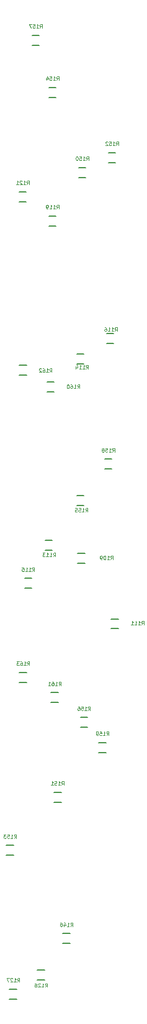
<source format=gbr>
G04 #@! TF.FileFunction,Legend,Bot*
%FSLAX46Y46*%
G04 Gerber Fmt 4.6, Leading zero omitted, Abs format (unit mm)*
G04 Created by KiCad (PCBNEW 4.0.4-stable) date 12/30/16 20:15:41*
%MOMM*%
%LPD*%
G01*
G04 APERTURE LIST*
%ADD10C,0.100000*%
%ADD11C,0.150000*%
%ADD12C,0.025000*%
G04 APERTURE END LIST*
D10*
D11*
X132237860Y-84982680D02*
X133237860Y-84982680D01*
X133237860Y-83632680D02*
X132237860Y-83632680D01*
X132075300Y-137555600D02*
X133075300Y-137555600D01*
X133075300Y-136205600D02*
X132075300Y-136205600D01*
X136643860Y-146512680D02*
X137643860Y-146512680D01*
X137643860Y-145162680D02*
X136643860Y-145162680D01*
X127663860Y-135782680D02*
X128663860Y-135782680D01*
X128663860Y-134432680D02*
X127663860Y-134432680D01*
X124863860Y-141002680D02*
X125863860Y-141002680D01*
X125863860Y-139652680D02*
X124863860Y-139652680D01*
X131983860Y-110382680D02*
X132983860Y-110382680D01*
X132983860Y-109032680D02*
X131983860Y-109032680D01*
X136047860Y-107588680D02*
X137047860Y-107588680D01*
X137047860Y-106238680D02*
X136047860Y-106238680D01*
X128173860Y-91586680D02*
X129173860Y-91586680D01*
X129173860Y-90236680D02*
X128173860Y-90236680D01*
X124109860Y-88284680D02*
X125109860Y-88284680D01*
X125109860Y-86934680D02*
X124109860Y-86934680D01*
X126619380Y-194400800D02*
X127619380Y-194400800D01*
X127619380Y-193050800D02*
X126619380Y-193050800D01*
X122819540Y-197006840D02*
X123819540Y-197006840D01*
X123819540Y-195656840D02*
X122819540Y-195656840D01*
X130063620Y-189422400D02*
X131063620Y-189422400D01*
X131063620Y-188072400D02*
X130063620Y-188072400D01*
X128853860Y-170192680D02*
X129853860Y-170192680D01*
X129853860Y-168842680D02*
X128853860Y-168842680D01*
X136301860Y-82950680D02*
X137301860Y-82950680D01*
X137301860Y-81600680D02*
X136301860Y-81600680D01*
X122373860Y-177402680D02*
X123373860Y-177402680D01*
X123373860Y-176052680D02*
X122373860Y-176052680D01*
X128173860Y-74060680D02*
X129173860Y-74060680D01*
X129173860Y-72710680D02*
X128173860Y-72710680D01*
X131983860Y-129742680D02*
X132983860Y-129742680D01*
X132983860Y-128392680D02*
X131983860Y-128392680D01*
X132483860Y-159972680D02*
X133483860Y-159972680D01*
X133483860Y-158622680D02*
X132483860Y-158622680D01*
X125887860Y-66948680D02*
X126887860Y-66948680D01*
X126887860Y-65598680D02*
X125887860Y-65598680D01*
X135793860Y-124742680D02*
X136793860Y-124742680D01*
X136793860Y-123392680D02*
X135793860Y-123392680D01*
X134983860Y-163392680D02*
X135983860Y-163392680D01*
X135983860Y-162042680D02*
X134983860Y-162042680D01*
X127919860Y-114192680D02*
X128919860Y-114192680D01*
X128919860Y-112842680D02*
X127919860Y-112842680D01*
X128463860Y-156582680D02*
X129463860Y-156582680D01*
X129463860Y-155232680D02*
X128463860Y-155232680D01*
X124163860Y-111962680D02*
X125163860Y-111962680D01*
X125163860Y-110612680D02*
X124163860Y-110612680D01*
X124163860Y-153842680D02*
X125163860Y-153842680D01*
X125163860Y-152492680D02*
X124163860Y-152492680D01*
D12*
X133297383Y-82633870D02*
X133464050Y-82395775D01*
X133583097Y-82633870D02*
X133583097Y-82133870D01*
X133392621Y-82133870D01*
X133345002Y-82157680D01*
X133321193Y-82181490D01*
X133297383Y-82229109D01*
X133297383Y-82300537D01*
X133321193Y-82348156D01*
X133345002Y-82371966D01*
X133392621Y-82395775D01*
X133583097Y-82395775D01*
X132821193Y-82633870D02*
X133106907Y-82633870D01*
X132964050Y-82633870D02*
X132964050Y-82133870D01*
X133011669Y-82205299D01*
X133059288Y-82252918D01*
X133106907Y-82276728D01*
X132368812Y-82133870D02*
X132606907Y-82133870D01*
X132630717Y-82371966D01*
X132606907Y-82348156D01*
X132559288Y-82324347D01*
X132440241Y-82324347D01*
X132392622Y-82348156D01*
X132368812Y-82371966D01*
X132345003Y-82419585D01*
X132345003Y-82538632D01*
X132368812Y-82586251D01*
X132392622Y-82610061D01*
X132440241Y-82633870D01*
X132559288Y-82633870D01*
X132606907Y-82610061D01*
X132630717Y-82586251D01*
X132035479Y-82133870D02*
X131987860Y-82133870D01*
X131940241Y-82157680D01*
X131916432Y-82181490D01*
X131892622Y-82229109D01*
X131868813Y-82324347D01*
X131868813Y-82443394D01*
X131892622Y-82538632D01*
X131916432Y-82586251D01*
X131940241Y-82610061D01*
X131987860Y-82633870D01*
X132035479Y-82633870D01*
X132083098Y-82610061D01*
X132106908Y-82586251D01*
X132130717Y-82538632D01*
X132154527Y-82443394D01*
X132154527Y-82324347D01*
X132130717Y-82229109D01*
X132106908Y-82181490D01*
X132083098Y-82157680D01*
X132035479Y-82133870D01*
X136614623Y-137071230D02*
X136781290Y-136833135D01*
X136900337Y-137071230D02*
X136900337Y-136571230D01*
X136709861Y-136571230D01*
X136662242Y-136595040D01*
X136638433Y-136618850D01*
X136614623Y-136666469D01*
X136614623Y-136737897D01*
X136638433Y-136785516D01*
X136662242Y-136809326D01*
X136709861Y-136833135D01*
X136900337Y-136833135D01*
X136138433Y-137071230D02*
X136424147Y-137071230D01*
X136281290Y-137071230D02*
X136281290Y-136571230D01*
X136328909Y-136642659D01*
X136376528Y-136690278D01*
X136424147Y-136714088D01*
X135828909Y-136571230D02*
X135781290Y-136571230D01*
X135733671Y-136595040D01*
X135709862Y-136618850D01*
X135686052Y-136666469D01*
X135662243Y-136761707D01*
X135662243Y-136880754D01*
X135686052Y-136975992D01*
X135709862Y-137023611D01*
X135733671Y-137047421D01*
X135781290Y-137071230D01*
X135828909Y-137071230D01*
X135876528Y-137047421D01*
X135900338Y-137023611D01*
X135924147Y-136975992D01*
X135947957Y-136880754D01*
X135947957Y-136761707D01*
X135924147Y-136666469D01*
X135900338Y-136618850D01*
X135876528Y-136595040D01*
X135828909Y-136571230D01*
X135424148Y-137071230D02*
X135328910Y-137071230D01*
X135281291Y-137047421D01*
X135257481Y-137023611D01*
X135209862Y-136952183D01*
X135186053Y-136856945D01*
X135186053Y-136666469D01*
X135209862Y-136618850D01*
X135233672Y-136595040D01*
X135281291Y-136571230D01*
X135376529Y-136571230D01*
X135424148Y-136595040D01*
X135447957Y-136618850D01*
X135471767Y-136666469D01*
X135471767Y-136785516D01*
X135447957Y-136833135D01*
X135424148Y-136856945D01*
X135376529Y-136880754D01*
X135281291Y-136880754D01*
X135233672Y-136856945D01*
X135209862Y-136833135D01*
X135186053Y-136785516D01*
X140832663Y-145992750D02*
X140999330Y-145754655D01*
X141118377Y-145992750D02*
X141118377Y-145492750D01*
X140927901Y-145492750D01*
X140880282Y-145516560D01*
X140856473Y-145540370D01*
X140832663Y-145587989D01*
X140832663Y-145659417D01*
X140856473Y-145707036D01*
X140880282Y-145730846D01*
X140927901Y-145754655D01*
X141118377Y-145754655D01*
X140356473Y-145992750D02*
X140642187Y-145992750D01*
X140499330Y-145992750D02*
X140499330Y-145492750D01*
X140546949Y-145564179D01*
X140594568Y-145611798D01*
X140642187Y-145635608D01*
X139880283Y-145992750D02*
X140165997Y-145992750D01*
X140023140Y-145992750D02*
X140023140Y-145492750D01*
X140070759Y-145564179D01*
X140118378Y-145611798D01*
X140165997Y-145635608D01*
X139404093Y-145992750D02*
X139689807Y-145992750D01*
X139546950Y-145992750D02*
X139546950Y-145492750D01*
X139594569Y-145564179D01*
X139642188Y-145611798D01*
X139689807Y-145635608D01*
X128758943Y-136685150D02*
X128925610Y-136447055D01*
X129044657Y-136685150D02*
X129044657Y-136185150D01*
X128854181Y-136185150D01*
X128806562Y-136208960D01*
X128782753Y-136232770D01*
X128758943Y-136280389D01*
X128758943Y-136351817D01*
X128782753Y-136399436D01*
X128806562Y-136423246D01*
X128854181Y-136447055D01*
X129044657Y-136447055D01*
X128282753Y-136685150D02*
X128568467Y-136685150D01*
X128425610Y-136685150D02*
X128425610Y-136185150D01*
X128473229Y-136256579D01*
X128520848Y-136304198D01*
X128568467Y-136328008D01*
X127806563Y-136685150D02*
X128092277Y-136685150D01*
X127949420Y-136685150D02*
X127949420Y-136185150D01*
X127997039Y-136256579D01*
X128044658Y-136304198D01*
X128092277Y-136328008D01*
X127639896Y-136185150D02*
X127330373Y-136185150D01*
X127497039Y-136375627D01*
X127425611Y-136375627D01*
X127377992Y-136399436D01*
X127354182Y-136423246D01*
X127330373Y-136470865D01*
X127330373Y-136589912D01*
X127354182Y-136637531D01*
X127377992Y-136661341D01*
X127425611Y-136685150D01*
X127568468Y-136685150D01*
X127616087Y-136661341D01*
X127639896Y-136637531D01*
X125923383Y-138653870D02*
X126090050Y-138415775D01*
X126209097Y-138653870D02*
X126209097Y-138153870D01*
X126018621Y-138153870D01*
X125971002Y-138177680D01*
X125947193Y-138201490D01*
X125923383Y-138249109D01*
X125923383Y-138320537D01*
X125947193Y-138368156D01*
X125971002Y-138391966D01*
X126018621Y-138415775D01*
X126209097Y-138415775D01*
X125447193Y-138653870D02*
X125732907Y-138653870D01*
X125590050Y-138653870D02*
X125590050Y-138153870D01*
X125637669Y-138225299D01*
X125685288Y-138272918D01*
X125732907Y-138296728D01*
X124971003Y-138653870D02*
X125256717Y-138653870D01*
X125113860Y-138653870D02*
X125113860Y-138153870D01*
X125161479Y-138225299D01*
X125209098Y-138272918D01*
X125256717Y-138296728D01*
X124518622Y-138153870D02*
X124756717Y-138153870D01*
X124780527Y-138391966D01*
X124756717Y-138368156D01*
X124709098Y-138344347D01*
X124590051Y-138344347D01*
X124542432Y-138368156D01*
X124518622Y-138391966D01*
X124494813Y-138439585D01*
X124494813Y-138558632D01*
X124518622Y-138606251D01*
X124542432Y-138630061D01*
X124590051Y-138653870D01*
X124709098Y-138653870D01*
X124756717Y-138630061D01*
X124780527Y-138606251D01*
X133261823Y-111056550D02*
X133428490Y-110818455D01*
X133547537Y-111056550D02*
X133547537Y-110556550D01*
X133357061Y-110556550D01*
X133309442Y-110580360D01*
X133285633Y-110604170D01*
X133261823Y-110651789D01*
X133261823Y-110723217D01*
X133285633Y-110770836D01*
X133309442Y-110794646D01*
X133357061Y-110818455D01*
X133547537Y-110818455D01*
X132785633Y-111056550D02*
X133071347Y-111056550D01*
X132928490Y-111056550D02*
X132928490Y-110556550D01*
X132976109Y-110627979D01*
X133023728Y-110675598D01*
X133071347Y-110699408D01*
X132309443Y-111056550D02*
X132595157Y-111056550D01*
X132452300Y-111056550D02*
X132452300Y-110556550D01*
X132499919Y-110627979D01*
X132547538Y-110675598D01*
X132595157Y-110699408D01*
X131880872Y-110723217D02*
X131880872Y-111056550D01*
X131999919Y-110532741D02*
X132118967Y-110889884D01*
X131809443Y-110889884D01*
X137193743Y-105951150D02*
X137360410Y-105713055D01*
X137479457Y-105951150D02*
X137479457Y-105451150D01*
X137288981Y-105451150D01*
X137241362Y-105474960D01*
X137217553Y-105498770D01*
X137193743Y-105546389D01*
X137193743Y-105617817D01*
X137217553Y-105665436D01*
X137241362Y-105689246D01*
X137288981Y-105713055D01*
X137479457Y-105713055D01*
X136717553Y-105951150D02*
X137003267Y-105951150D01*
X136860410Y-105951150D02*
X136860410Y-105451150D01*
X136908029Y-105522579D01*
X136955648Y-105570198D01*
X137003267Y-105594008D01*
X136241363Y-105951150D02*
X136527077Y-105951150D01*
X136384220Y-105951150D02*
X136384220Y-105451150D01*
X136431839Y-105522579D01*
X136479458Y-105570198D01*
X136527077Y-105594008D01*
X135812792Y-105451150D02*
X135908030Y-105451150D01*
X135955649Y-105474960D01*
X135979458Y-105498770D01*
X136027077Y-105570198D01*
X136050887Y-105665436D01*
X136050887Y-105855912D01*
X136027077Y-105903531D01*
X136003268Y-105927341D01*
X135955649Y-105951150D01*
X135860411Y-105951150D01*
X135812792Y-105927341D01*
X135788982Y-105903531D01*
X135765173Y-105855912D01*
X135765173Y-105736865D01*
X135788982Y-105689246D01*
X135812792Y-105665436D01*
X135860411Y-105641627D01*
X135955649Y-105641627D01*
X136003268Y-105665436D01*
X136027077Y-105689246D01*
X136050887Y-105736865D01*
X129233383Y-89237870D02*
X129400050Y-88999775D01*
X129519097Y-89237870D02*
X129519097Y-88737870D01*
X129328621Y-88737870D01*
X129281002Y-88761680D01*
X129257193Y-88785490D01*
X129233383Y-88833109D01*
X129233383Y-88904537D01*
X129257193Y-88952156D01*
X129281002Y-88975966D01*
X129328621Y-88999775D01*
X129519097Y-88999775D01*
X128757193Y-89237870D02*
X129042907Y-89237870D01*
X128900050Y-89237870D02*
X128900050Y-88737870D01*
X128947669Y-88809299D01*
X128995288Y-88856918D01*
X129042907Y-88880728D01*
X128281003Y-89237870D02*
X128566717Y-89237870D01*
X128423860Y-89237870D02*
X128423860Y-88737870D01*
X128471479Y-88809299D01*
X128519098Y-88856918D01*
X128566717Y-88880728D01*
X128042908Y-89237870D02*
X127947670Y-89237870D01*
X127900051Y-89214061D01*
X127876241Y-89190251D01*
X127828622Y-89118823D01*
X127804813Y-89023585D01*
X127804813Y-88833109D01*
X127828622Y-88785490D01*
X127852432Y-88761680D01*
X127900051Y-88737870D01*
X127995289Y-88737870D01*
X128042908Y-88761680D01*
X128066717Y-88785490D01*
X128090527Y-88833109D01*
X128090527Y-88952156D01*
X128066717Y-88999775D01*
X128042908Y-89023585D01*
X127995289Y-89047394D01*
X127900051Y-89047394D01*
X127852432Y-89023585D01*
X127828622Y-88999775D01*
X127804813Y-88952156D01*
X125169383Y-85935870D02*
X125336050Y-85697775D01*
X125455097Y-85935870D02*
X125455097Y-85435870D01*
X125264621Y-85435870D01*
X125217002Y-85459680D01*
X125193193Y-85483490D01*
X125169383Y-85531109D01*
X125169383Y-85602537D01*
X125193193Y-85650156D01*
X125217002Y-85673966D01*
X125264621Y-85697775D01*
X125455097Y-85697775D01*
X124693193Y-85935870D02*
X124978907Y-85935870D01*
X124836050Y-85935870D02*
X124836050Y-85435870D01*
X124883669Y-85507299D01*
X124931288Y-85554918D01*
X124978907Y-85578728D01*
X124502717Y-85483490D02*
X124478907Y-85459680D01*
X124431288Y-85435870D01*
X124312241Y-85435870D01*
X124264622Y-85459680D01*
X124240812Y-85483490D01*
X124217003Y-85531109D01*
X124217003Y-85578728D01*
X124240812Y-85650156D01*
X124526526Y-85935870D01*
X124217003Y-85935870D01*
X123740813Y-85935870D02*
X124026527Y-85935870D01*
X123883670Y-85935870D02*
X123883670Y-85435870D01*
X123931289Y-85507299D01*
X123978908Y-85554918D01*
X124026527Y-85578728D01*
X127666203Y-195361690D02*
X127832870Y-195123595D01*
X127951917Y-195361690D02*
X127951917Y-194861690D01*
X127761441Y-194861690D01*
X127713822Y-194885500D01*
X127690013Y-194909310D01*
X127666203Y-194956929D01*
X127666203Y-195028357D01*
X127690013Y-195075976D01*
X127713822Y-195099786D01*
X127761441Y-195123595D01*
X127951917Y-195123595D01*
X127190013Y-195361690D02*
X127475727Y-195361690D01*
X127332870Y-195361690D02*
X127332870Y-194861690D01*
X127380489Y-194933119D01*
X127428108Y-194980738D01*
X127475727Y-195004548D01*
X126999537Y-194909310D02*
X126975727Y-194885500D01*
X126928108Y-194861690D01*
X126809061Y-194861690D01*
X126761442Y-194885500D01*
X126737632Y-194909310D01*
X126713823Y-194956929D01*
X126713823Y-195004548D01*
X126737632Y-195075976D01*
X127023346Y-195361690D01*
X126713823Y-195361690D01*
X126285252Y-194861690D02*
X126380490Y-194861690D01*
X126428109Y-194885500D01*
X126451918Y-194909310D01*
X126499537Y-194980738D01*
X126523347Y-195075976D01*
X126523347Y-195266452D01*
X126499537Y-195314071D01*
X126475728Y-195337881D01*
X126428109Y-195361690D01*
X126332871Y-195361690D01*
X126285252Y-195337881D01*
X126261442Y-195314071D01*
X126237633Y-195266452D01*
X126237633Y-195147405D01*
X126261442Y-195099786D01*
X126285252Y-195075976D01*
X126332871Y-195052167D01*
X126428109Y-195052167D01*
X126475728Y-195075976D01*
X126499537Y-195099786D01*
X126523347Y-195147405D01*
X123879063Y-194658030D02*
X124045730Y-194419935D01*
X124164777Y-194658030D02*
X124164777Y-194158030D01*
X123974301Y-194158030D01*
X123926682Y-194181840D01*
X123902873Y-194205650D01*
X123879063Y-194253269D01*
X123879063Y-194324697D01*
X123902873Y-194372316D01*
X123926682Y-194396126D01*
X123974301Y-194419935D01*
X124164777Y-194419935D01*
X123402873Y-194658030D02*
X123688587Y-194658030D01*
X123545730Y-194658030D02*
X123545730Y-194158030D01*
X123593349Y-194229459D01*
X123640968Y-194277078D01*
X123688587Y-194300888D01*
X123212397Y-194205650D02*
X123188587Y-194181840D01*
X123140968Y-194158030D01*
X123021921Y-194158030D01*
X122974302Y-194181840D01*
X122950492Y-194205650D01*
X122926683Y-194253269D01*
X122926683Y-194300888D01*
X122950492Y-194372316D01*
X123236206Y-194658030D01*
X122926683Y-194658030D01*
X122760016Y-194158030D02*
X122426683Y-194158030D01*
X122640969Y-194658030D01*
X131123143Y-187073590D02*
X131289810Y-186835495D01*
X131408857Y-187073590D02*
X131408857Y-186573590D01*
X131218381Y-186573590D01*
X131170762Y-186597400D01*
X131146953Y-186621210D01*
X131123143Y-186668829D01*
X131123143Y-186740257D01*
X131146953Y-186787876D01*
X131170762Y-186811686D01*
X131218381Y-186835495D01*
X131408857Y-186835495D01*
X130646953Y-187073590D02*
X130932667Y-187073590D01*
X130789810Y-187073590D02*
X130789810Y-186573590D01*
X130837429Y-186645019D01*
X130885048Y-186692638D01*
X130932667Y-186716448D01*
X130218382Y-186740257D02*
X130218382Y-187073590D01*
X130337429Y-186549781D02*
X130456477Y-186906924D01*
X130146953Y-186906924D01*
X129742192Y-186573590D02*
X129837430Y-186573590D01*
X129885049Y-186597400D01*
X129908858Y-186621210D01*
X129956477Y-186692638D01*
X129980287Y-186787876D01*
X129980287Y-186978352D01*
X129956477Y-187025971D01*
X129932668Y-187049781D01*
X129885049Y-187073590D01*
X129789811Y-187073590D01*
X129742192Y-187049781D01*
X129718382Y-187025971D01*
X129694573Y-186978352D01*
X129694573Y-186859305D01*
X129718382Y-186811686D01*
X129742192Y-186787876D01*
X129789811Y-186764067D01*
X129885049Y-186764067D01*
X129932668Y-186787876D01*
X129956477Y-186811686D01*
X129980287Y-186859305D01*
X129913383Y-167843870D02*
X130080050Y-167605775D01*
X130199097Y-167843870D02*
X130199097Y-167343870D01*
X130008621Y-167343870D01*
X129961002Y-167367680D01*
X129937193Y-167391490D01*
X129913383Y-167439109D01*
X129913383Y-167510537D01*
X129937193Y-167558156D01*
X129961002Y-167581966D01*
X130008621Y-167605775D01*
X130199097Y-167605775D01*
X129437193Y-167843870D02*
X129722907Y-167843870D01*
X129580050Y-167843870D02*
X129580050Y-167343870D01*
X129627669Y-167415299D01*
X129675288Y-167462918D01*
X129722907Y-167486728D01*
X128984812Y-167343870D02*
X129222907Y-167343870D01*
X129246717Y-167581966D01*
X129222907Y-167558156D01*
X129175288Y-167534347D01*
X129056241Y-167534347D01*
X129008622Y-167558156D01*
X128984812Y-167581966D01*
X128961003Y-167629585D01*
X128961003Y-167748632D01*
X128984812Y-167796251D01*
X129008622Y-167820061D01*
X129056241Y-167843870D01*
X129175288Y-167843870D01*
X129222907Y-167820061D01*
X129246717Y-167796251D01*
X128484813Y-167843870D02*
X128770527Y-167843870D01*
X128627670Y-167843870D02*
X128627670Y-167343870D01*
X128675289Y-167415299D01*
X128722908Y-167462918D01*
X128770527Y-167486728D01*
X137361383Y-80601870D02*
X137528050Y-80363775D01*
X137647097Y-80601870D02*
X137647097Y-80101870D01*
X137456621Y-80101870D01*
X137409002Y-80125680D01*
X137385193Y-80149490D01*
X137361383Y-80197109D01*
X137361383Y-80268537D01*
X137385193Y-80316156D01*
X137409002Y-80339966D01*
X137456621Y-80363775D01*
X137647097Y-80363775D01*
X136885193Y-80601870D02*
X137170907Y-80601870D01*
X137028050Y-80601870D02*
X137028050Y-80101870D01*
X137075669Y-80173299D01*
X137123288Y-80220918D01*
X137170907Y-80244728D01*
X136432812Y-80101870D02*
X136670907Y-80101870D01*
X136694717Y-80339966D01*
X136670907Y-80316156D01*
X136623288Y-80292347D01*
X136504241Y-80292347D01*
X136456622Y-80316156D01*
X136432812Y-80339966D01*
X136409003Y-80387585D01*
X136409003Y-80506632D01*
X136432812Y-80554251D01*
X136456622Y-80578061D01*
X136504241Y-80601870D01*
X136623288Y-80601870D01*
X136670907Y-80578061D01*
X136694717Y-80554251D01*
X136218527Y-80149490D02*
X136194717Y-80125680D01*
X136147098Y-80101870D01*
X136028051Y-80101870D01*
X135980432Y-80125680D01*
X135956622Y-80149490D01*
X135932813Y-80197109D01*
X135932813Y-80244728D01*
X135956622Y-80316156D01*
X136242336Y-80601870D01*
X135932813Y-80601870D01*
X123433383Y-175053870D02*
X123600050Y-174815775D01*
X123719097Y-175053870D02*
X123719097Y-174553870D01*
X123528621Y-174553870D01*
X123481002Y-174577680D01*
X123457193Y-174601490D01*
X123433383Y-174649109D01*
X123433383Y-174720537D01*
X123457193Y-174768156D01*
X123481002Y-174791966D01*
X123528621Y-174815775D01*
X123719097Y-174815775D01*
X122957193Y-175053870D02*
X123242907Y-175053870D01*
X123100050Y-175053870D02*
X123100050Y-174553870D01*
X123147669Y-174625299D01*
X123195288Y-174672918D01*
X123242907Y-174696728D01*
X122504812Y-174553870D02*
X122742907Y-174553870D01*
X122766717Y-174791966D01*
X122742907Y-174768156D01*
X122695288Y-174744347D01*
X122576241Y-174744347D01*
X122528622Y-174768156D01*
X122504812Y-174791966D01*
X122481003Y-174839585D01*
X122481003Y-174958632D01*
X122504812Y-175006251D01*
X122528622Y-175030061D01*
X122576241Y-175053870D01*
X122695288Y-175053870D01*
X122742907Y-175030061D01*
X122766717Y-175006251D01*
X122314336Y-174553870D02*
X122004813Y-174553870D01*
X122171479Y-174744347D01*
X122100051Y-174744347D01*
X122052432Y-174768156D01*
X122028622Y-174791966D01*
X122004813Y-174839585D01*
X122004813Y-174958632D01*
X122028622Y-175006251D01*
X122052432Y-175030061D01*
X122100051Y-175053870D01*
X122242908Y-175053870D01*
X122290527Y-175030061D01*
X122314336Y-175006251D01*
X129233383Y-71711870D02*
X129400050Y-71473775D01*
X129519097Y-71711870D02*
X129519097Y-71211870D01*
X129328621Y-71211870D01*
X129281002Y-71235680D01*
X129257193Y-71259490D01*
X129233383Y-71307109D01*
X129233383Y-71378537D01*
X129257193Y-71426156D01*
X129281002Y-71449966D01*
X129328621Y-71473775D01*
X129519097Y-71473775D01*
X128757193Y-71711870D02*
X129042907Y-71711870D01*
X128900050Y-71711870D02*
X128900050Y-71211870D01*
X128947669Y-71283299D01*
X128995288Y-71330918D01*
X129042907Y-71354728D01*
X128304812Y-71211870D02*
X128542907Y-71211870D01*
X128566717Y-71449966D01*
X128542907Y-71426156D01*
X128495288Y-71402347D01*
X128376241Y-71402347D01*
X128328622Y-71426156D01*
X128304812Y-71449966D01*
X128281003Y-71497585D01*
X128281003Y-71616632D01*
X128304812Y-71664251D01*
X128328622Y-71688061D01*
X128376241Y-71711870D01*
X128495288Y-71711870D01*
X128542907Y-71688061D01*
X128566717Y-71664251D01*
X127852432Y-71378537D02*
X127852432Y-71711870D01*
X127971479Y-71188061D02*
X128090527Y-71545204D01*
X127781003Y-71545204D01*
X133175463Y-130571490D02*
X133342130Y-130333395D01*
X133461177Y-130571490D02*
X133461177Y-130071490D01*
X133270701Y-130071490D01*
X133223082Y-130095300D01*
X133199273Y-130119110D01*
X133175463Y-130166729D01*
X133175463Y-130238157D01*
X133199273Y-130285776D01*
X133223082Y-130309586D01*
X133270701Y-130333395D01*
X133461177Y-130333395D01*
X132699273Y-130571490D02*
X132984987Y-130571490D01*
X132842130Y-130571490D02*
X132842130Y-130071490D01*
X132889749Y-130142919D01*
X132937368Y-130190538D01*
X132984987Y-130214348D01*
X132246892Y-130071490D02*
X132484987Y-130071490D01*
X132508797Y-130309586D01*
X132484987Y-130285776D01*
X132437368Y-130261967D01*
X132318321Y-130261967D01*
X132270702Y-130285776D01*
X132246892Y-130309586D01*
X132223083Y-130357205D01*
X132223083Y-130476252D01*
X132246892Y-130523871D01*
X132270702Y-130547681D01*
X132318321Y-130571490D01*
X132437368Y-130571490D01*
X132484987Y-130547681D01*
X132508797Y-130523871D01*
X131770702Y-130071490D02*
X132008797Y-130071490D01*
X132032607Y-130309586D01*
X132008797Y-130285776D01*
X131961178Y-130261967D01*
X131842131Y-130261967D01*
X131794512Y-130285776D01*
X131770702Y-130309586D01*
X131746893Y-130357205D01*
X131746893Y-130476252D01*
X131770702Y-130523871D01*
X131794512Y-130547681D01*
X131842131Y-130571490D01*
X131961178Y-130571490D01*
X132008797Y-130547681D01*
X132032607Y-130523871D01*
X133543383Y-157623870D02*
X133710050Y-157385775D01*
X133829097Y-157623870D02*
X133829097Y-157123870D01*
X133638621Y-157123870D01*
X133591002Y-157147680D01*
X133567193Y-157171490D01*
X133543383Y-157219109D01*
X133543383Y-157290537D01*
X133567193Y-157338156D01*
X133591002Y-157361966D01*
X133638621Y-157385775D01*
X133829097Y-157385775D01*
X133067193Y-157623870D02*
X133352907Y-157623870D01*
X133210050Y-157623870D02*
X133210050Y-157123870D01*
X133257669Y-157195299D01*
X133305288Y-157242918D01*
X133352907Y-157266728D01*
X132614812Y-157123870D02*
X132852907Y-157123870D01*
X132876717Y-157361966D01*
X132852907Y-157338156D01*
X132805288Y-157314347D01*
X132686241Y-157314347D01*
X132638622Y-157338156D01*
X132614812Y-157361966D01*
X132591003Y-157409585D01*
X132591003Y-157528632D01*
X132614812Y-157576251D01*
X132638622Y-157600061D01*
X132686241Y-157623870D01*
X132805288Y-157623870D01*
X132852907Y-157600061D01*
X132876717Y-157576251D01*
X132162432Y-157123870D02*
X132257670Y-157123870D01*
X132305289Y-157147680D01*
X132329098Y-157171490D01*
X132376717Y-157242918D01*
X132400527Y-157338156D01*
X132400527Y-157528632D01*
X132376717Y-157576251D01*
X132352908Y-157600061D01*
X132305289Y-157623870D01*
X132210051Y-157623870D01*
X132162432Y-157600061D01*
X132138622Y-157576251D01*
X132114813Y-157528632D01*
X132114813Y-157409585D01*
X132138622Y-157361966D01*
X132162432Y-157338156D01*
X132210051Y-157314347D01*
X132305289Y-157314347D01*
X132352908Y-157338156D01*
X132376717Y-157361966D01*
X132400527Y-157409585D01*
X126947383Y-64599870D02*
X127114050Y-64361775D01*
X127233097Y-64599870D02*
X127233097Y-64099870D01*
X127042621Y-64099870D01*
X126995002Y-64123680D01*
X126971193Y-64147490D01*
X126947383Y-64195109D01*
X126947383Y-64266537D01*
X126971193Y-64314156D01*
X126995002Y-64337966D01*
X127042621Y-64361775D01*
X127233097Y-64361775D01*
X126471193Y-64599870D02*
X126756907Y-64599870D01*
X126614050Y-64599870D02*
X126614050Y-64099870D01*
X126661669Y-64171299D01*
X126709288Y-64218918D01*
X126756907Y-64242728D01*
X126018812Y-64099870D02*
X126256907Y-64099870D01*
X126280717Y-64337966D01*
X126256907Y-64314156D01*
X126209288Y-64290347D01*
X126090241Y-64290347D01*
X126042622Y-64314156D01*
X126018812Y-64337966D01*
X125995003Y-64385585D01*
X125995003Y-64504632D01*
X126018812Y-64552251D01*
X126042622Y-64576061D01*
X126090241Y-64599870D01*
X126209288Y-64599870D01*
X126256907Y-64576061D01*
X126280717Y-64552251D01*
X125828336Y-64099870D02*
X125495003Y-64099870D01*
X125709289Y-64599870D01*
X136853383Y-122393870D02*
X137020050Y-122155775D01*
X137139097Y-122393870D02*
X137139097Y-121893870D01*
X136948621Y-121893870D01*
X136901002Y-121917680D01*
X136877193Y-121941490D01*
X136853383Y-121989109D01*
X136853383Y-122060537D01*
X136877193Y-122108156D01*
X136901002Y-122131966D01*
X136948621Y-122155775D01*
X137139097Y-122155775D01*
X136377193Y-122393870D02*
X136662907Y-122393870D01*
X136520050Y-122393870D02*
X136520050Y-121893870D01*
X136567669Y-121965299D01*
X136615288Y-122012918D01*
X136662907Y-122036728D01*
X135924812Y-121893870D02*
X136162907Y-121893870D01*
X136186717Y-122131966D01*
X136162907Y-122108156D01*
X136115288Y-122084347D01*
X135996241Y-122084347D01*
X135948622Y-122108156D01*
X135924812Y-122131966D01*
X135901003Y-122179585D01*
X135901003Y-122298632D01*
X135924812Y-122346251D01*
X135948622Y-122370061D01*
X135996241Y-122393870D01*
X136115288Y-122393870D01*
X136162907Y-122370061D01*
X136186717Y-122346251D01*
X135615289Y-122108156D02*
X135662908Y-122084347D01*
X135686717Y-122060537D01*
X135710527Y-122012918D01*
X135710527Y-121989109D01*
X135686717Y-121941490D01*
X135662908Y-121917680D01*
X135615289Y-121893870D01*
X135520051Y-121893870D01*
X135472432Y-121917680D01*
X135448622Y-121941490D01*
X135424813Y-121989109D01*
X135424813Y-122012918D01*
X135448622Y-122060537D01*
X135472432Y-122084347D01*
X135520051Y-122108156D01*
X135615289Y-122108156D01*
X135662908Y-122131966D01*
X135686717Y-122155775D01*
X135710527Y-122203394D01*
X135710527Y-122298632D01*
X135686717Y-122346251D01*
X135662908Y-122370061D01*
X135615289Y-122393870D01*
X135520051Y-122393870D01*
X135472432Y-122370061D01*
X135448622Y-122346251D01*
X135424813Y-122298632D01*
X135424813Y-122203394D01*
X135448622Y-122155775D01*
X135472432Y-122131966D01*
X135520051Y-122108156D01*
X136043383Y-161043870D02*
X136210050Y-160805775D01*
X136329097Y-161043870D02*
X136329097Y-160543870D01*
X136138621Y-160543870D01*
X136091002Y-160567680D01*
X136067193Y-160591490D01*
X136043383Y-160639109D01*
X136043383Y-160710537D01*
X136067193Y-160758156D01*
X136091002Y-160781966D01*
X136138621Y-160805775D01*
X136329097Y-160805775D01*
X135567193Y-161043870D02*
X135852907Y-161043870D01*
X135710050Y-161043870D02*
X135710050Y-160543870D01*
X135757669Y-160615299D01*
X135805288Y-160662918D01*
X135852907Y-160686728D01*
X135114812Y-160543870D02*
X135352907Y-160543870D01*
X135376717Y-160781966D01*
X135352907Y-160758156D01*
X135305288Y-160734347D01*
X135186241Y-160734347D01*
X135138622Y-160758156D01*
X135114812Y-160781966D01*
X135091003Y-160829585D01*
X135091003Y-160948632D01*
X135114812Y-160996251D01*
X135138622Y-161020061D01*
X135186241Y-161043870D01*
X135305288Y-161043870D01*
X135352907Y-161020061D01*
X135376717Y-160996251D01*
X134852908Y-161043870D02*
X134757670Y-161043870D01*
X134710051Y-161020061D01*
X134686241Y-160996251D01*
X134638622Y-160924823D01*
X134614813Y-160829585D01*
X134614813Y-160639109D01*
X134638622Y-160591490D01*
X134662432Y-160567680D01*
X134710051Y-160543870D01*
X134805289Y-160543870D01*
X134852908Y-160567680D01*
X134876717Y-160591490D01*
X134900527Y-160639109D01*
X134900527Y-160758156D01*
X134876717Y-160805775D01*
X134852908Y-160829585D01*
X134805289Y-160853394D01*
X134710051Y-160853394D01*
X134662432Y-160829585D01*
X134638622Y-160805775D01*
X134614813Y-160758156D01*
X132065483Y-113728630D02*
X132232150Y-113490535D01*
X132351197Y-113728630D02*
X132351197Y-113228630D01*
X132160721Y-113228630D01*
X132113102Y-113252440D01*
X132089293Y-113276250D01*
X132065483Y-113323869D01*
X132065483Y-113395297D01*
X132089293Y-113442916D01*
X132113102Y-113466726D01*
X132160721Y-113490535D01*
X132351197Y-113490535D01*
X131589293Y-113728630D02*
X131875007Y-113728630D01*
X131732150Y-113728630D02*
X131732150Y-113228630D01*
X131779769Y-113300059D01*
X131827388Y-113347678D01*
X131875007Y-113371488D01*
X131160722Y-113228630D02*
X131255960Y-113228630D01*
X131303579Y-113252440D01*
X131327388Y-113276250D01*
X131375007Y-113347678D01*
X131398817Y-113442916D01*
X131398817Y-113633392D01*
X131375007Y-113681011D01*
X131351198Y-113704821D01*
X131303579Y-113728630D01*
X131208341Y-113728630D01*
X131160722Y-113704821D01*
X131136912Y-113681011D01*
X131113103Y-113633392D01*
X131113103Y-113514345D01*
X131136912Y-113466726D01*
X131160722Y-113442916D01*
X131208341Y-113419107D01*
X131303579Y-113419107D01*
X131351198Y-113442916D01*
X131375007Y-113466726D01*
X131398817Y-113514345D01*
X130803579Y-113228630D02*
X130755960Y-113228630D01*
X130708341Y-113252440D01*
X130684532Y-113276250D01*
X130660722Y-113323869D01*
X130636913Y-113419107D01*
X130636913Y-113538154D01*
X130660722Y-113633392D01*
X130684532Y-113681011D01*
X130708341Y-113704821D01*
X130755960Y-113728630D01*
X130803579Y-113728630D01*
X130851198Y-113704821D01*
X130875008Y-113681011D01*
X130898817Y-113633392D01*
X130922627Y-113538154D01*
X130922627Y-113419107D01*
X130898817Y-113323869D01*
X130875008Y-113276250D01*
X130851198Y-113252440D01*
X130803579Y-113228630D01*
X129523383Y-154233870D02*
X129690050Y-153995775D01*
X129809097Y-154233870D02*
X129809097Y-153733870D01*
X129618621Y-153733870D01*
X129571002Y-153757680D01*
X129547193Y-153781490D01*
X129523383Y-153829109D01*
X129523383Y-153900537D01*
X129547193Y-153948156D01*
X129571002Y-153971966D01*
X129618621Y-153995775D01*
X129809097Y-153995775D01*
X129047193Y-154233870D02*
X129332907Y-154233870D01*
X129190050Y-154233870D02*
X129190050Y-153733870D01*
X129237669Y-153805299D01*
X129285288Y-153852918D01*
X129332907Y-153876728D01*
X128618622Y-153733870D02*
X128713860Y-153733870D01*
X128761479Y-153757680D01*
X128785288Y-153781490D01*
X128832907Y-153852918D01*
X128856717Y-153948156D01*
X128856717Y-154138632D01*
X128832907Y-154186251D01*
X128809098Y-154210061D01*
X128761479Y-154233870D01*
X128666241Y-154233870D01*
X128618622Y-154210061D01*
X128594812Y-154186251D01*
X128571003Y-154138632D01*
X128571003Y-154019585D01*
X128594812Y-153971966D01*
X128618622Y-153948156D01*
X128666241Y-153924347D01*
X128761479Y-153924347D01*
X128809098Y-153948156D01*
X128832907Y-153971966D01*
X128856717Y-154019585D01*
X128094813Y-154233870D02*
X128380527Y-154233870D01*
X128237670Y-154233870D02*
X128237670Y-153733870D01*
X128285289Y-153805299D01*
X128332908Y-153852918D01*
X128380527Y-153876728D01*
X128276463Y-111536730D02*
X128443130Y-111298635D01*
X128562177Y-111536730D02*
X128562177Y-111036730D01*
X128371701Y-111036730D01*
X128324082Y-111060540D01*
X128300273Y-111084350D01*
X128276463Y-111131969D01*
X128276463Y-111203397D01*
X128300273Y-111251016D01*
X128324082Y-111274826D01*
X128371701Y-111298635D01*
X128562177Y-111298635D01*
X127800273Y-111536730D02*
X128085987Y-111536730D01*
X127943130Y-111536730D02*
X127943130Y-111036730D01*
X127990749Y-111108159D01*
X128038368Y-111155778D01*
X128085987Y-111179588D01*
X127371702Y-111036730D02*
X127466940Y-111036730D01*
X127514559Y-111060540D01*
X127538368Y-111084350D01*
X127585987Y-111155778D01*
X127609797Y-111251016D01*
X127609797Y-111441492D01*
X127585987Y-111489111D01*
X127562178Y-111512921D01*
X127514559Y-111536730D01*
X127419321Y-111536730D01*
X127371702Y-111512921D01*
X127347892Y-111489111D01*
X127324083Y-111441492D01*
X127324083Y-111322445D01*
X127347892Y-111274826D01*
X127371702Y-111251016D01*
X127419321Y-111227207D01*
X127514559Y-111227207D01*
X127562178Y-111251016D01*
X127585987Y-111274826D01*
X127609797Y-111322445D01*
X127133607Y-111084350D02*
X127109797Y-111060540D01*
X127062178Y-111036730D01*
X126943131Y-111036730D01*
X126895512Y-111060540D01*
X126871702Y-111084350D01*
X126847893Y-111131969D01*
X126847893Y-111179588D01*
X126871702Y-111251016D01*
X127157416Y-111536730D01*
X126847893Y-111536730D01*
X125223383Y-151493870D02*
X125390050Y-151255775D01*
X125509097Y-151493870D02*
X125509097Y-150993870D01*
X125318621Y-150993870D01*
X125271002Y-151017680D01*
X125247193Y-151041490D01*
X125223383Y-151089109D01*
X125223383Y-151160537D01*
X125247193Y-151208156D01*
X125271002Y-151231966D01*
X125318621Y-151255775D01*
X125509097Y-151255775D01*
X124747193Y-151493870D02*
X125032907Y-151493870D01*
X124890050Y-151493870D02*
X124890050Y-150993870D01*
X124937669Y-151065299D01*
X124985288Y-151112918D01*
X125032907Y-151136728D01*
X124318622Y-150993870D02*
X124413860Y-150993870D01*
X124461479Y-151017680D01*
X124485288Y-151041490D01*
X124532907Y-151112918D01*
X124556717Y-151208156D01*
X124556717Y-151398632D01*
X124532907Y-151446251D01*
X124509098Y-151470061D01*
X124461479Y-151493870D01*
X124366241Y-151493870D01*
X124318622Y-151470061D01*
X124294812Y-151446251D01*
X124271003Y-151398632D01*
X124271003Y-151279585D01*
X124294812Y-151231966D01*
X124318622Y-151208156D01*
X124366241Y-151184347D01*
X124461479Y-151184347D01*
X124509098Y-151208156D01*
X124532907Y-151231966D01*
X124556717Y-151279585D01*
X124104336Y-150993870D02*
X123794813Y-150993870D01*
X123961479Y-151184347D01*
X123890051Y-151184347D01*
X123842432Y-151208156D01*
X123818622Y-151231966D01*
X123794813Y-151279585D01*
X123794813Y-151398632D01*
X123818622Y-151446251D01*
X123842432Y-151470061D01*
X123890051Y-151493870D01*
X124032908Y-151493870D01*
X124080527Y-151470061D01*
X124104336Y-151446251D01*
M02*

</source>
